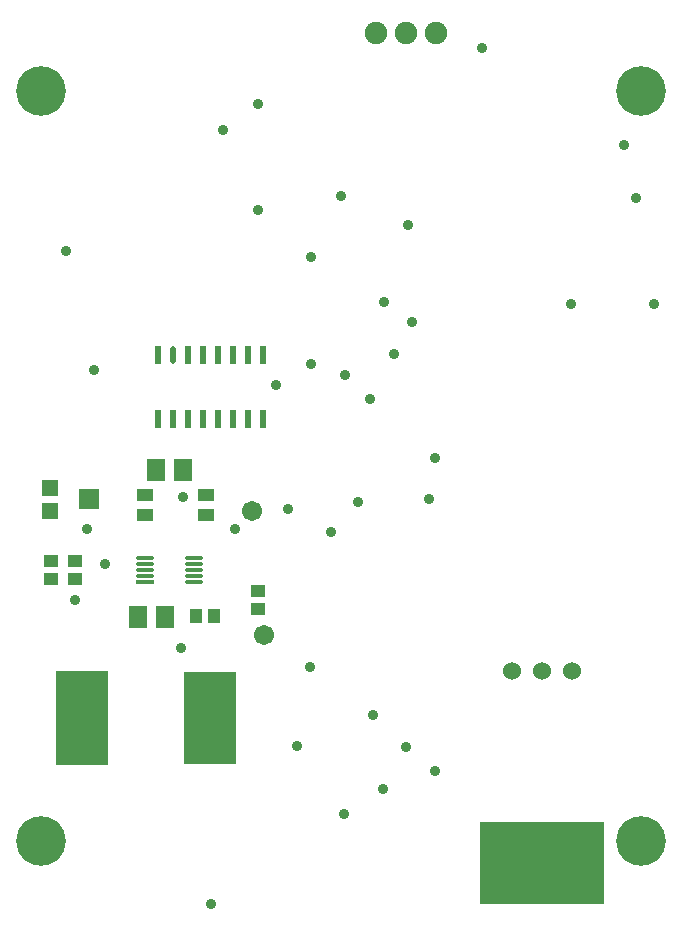
<source format=gbr>
%TF.GenerationSoftware,Altium Limited,Altium Designer,23.3.1 (30)*%
G04 Layer_Color=16711935*
%FSLAX45Y45*%
%MOMM*%
%TF.SameCoordinates,CA382BF2-D798-45FE-BEC5-AB2A3CF063FF*%
%TF.FilePolarity,Negative*%
%TF.FileFunction,Soldermask,Bot*%
%TF.Part,Single*%
G01*
G75*
%TA.AperFunction,ComponentPad*%
%ADD24C,1.52400*%
%TA.AperFunction,SMDPad,CuDef*%
%ADD30R,1.45000X1.00000*%
%ADD31R,4.50100X7.90000*%
%ADD32R,4.50000X8.05180*%
%ADD33R,10.49020X7.01040*%
%ADD34R,0.53340X1.49860*%
%ADD35O,0.53340X1.49860*%
G04:AMPARAMS|DCode=36|XSize=1.5565mm|YSize=0.35mm|CornerRadius=0.175mm|HoleSize=0mm|Usage=FLASHONLY|Rotation=0.000|XOffset=0mm|YOffset=0mm|HoleType=Round|Shape=RoundedRectangle|*
%AMROUNDEDRECTD36*
21,1,1.55650,0.00000,0,0,0.0*
21,1,1.20651,0.35000,0,0,0.0*
1,1,0.35000,0.60326,0.00000*
1,1,0.35000,-0.60326,0.00000*
1,1,0.35000,-0.60326,0.00000*
1,1,0.35000,0.60326,0.00000*
%
%ADD36ROUNDEDRECTD36*%
%ADD37R,1.55650X0.35000*%
%ADD52R,1.00320X1.20320*%
%ADD53R,1.20320X1.00320*%
%ADD54R,1.60320X1.90320*%
%TA.AperFunction,ComponentPad*%
%ADD57C,1.90320*%
%TA.AperFunction,ViaPad*%
%ADD58C,4.20320*%
%ADD59C,0.90320*%
%TA.AperFunction,SMDPad,CuDef*%
%ADD60C,1.70320*%
%ADD61R,1.40320X1.40320*%
%ADD62R,1.70320X1.80320*%
D24*
X11096000Y5100000D02*
D03*
X11350000D02*
D03*
X11604000D02*
D03*
D30*
X8507500Y6415000D02*
D03*
Y6585000D02*
D03*
X7992500Y6415000D02*
D03*
Y6585000D02*
D03*
D31*
X8544830Y4700000D02*
D03*
D32*
X7455170D02*
D03*
D33*
X11350000Y3469320D02*
D03*
D34*
X8994500Y7770510D02*
D03*
X8867500D02*
D03*
X8740500D02*
D03*
X8613500D02*
D03*
X8486500D02*
D03*
X8359500D02*
D03*
X8105500D02*
D03*
Y7229490D02*
D03*
X8232500D02*
D03*
X8359500D02*
D03*
X8486500D02*
D03*
X8613500D02*
D03*
X8740500D02*
D03*
X8867500D02*
D03*
X8994500D02*
D03*
D35*
X8232500Y7770510D02*
D03*
D36*
X8410086Y5850000D02*
D03*
Y5900000D02*
D03*
Y5950000D02*
D03*
Y6000000D02*
D03*
Y6050000D02*
D03*
X7989914D02*
D03*
Y6000000D02*
D03*
Y5950000D02*
D03*
Y5900000D02*
D03*
D37*
Y5850000D02*
D03*
D52*
X8574325Y5564874D02*
D03*
X8424325D02*
D03*
D53*
X7200000Y5875000D02*
D03*
Y6025000D02*
D03*
X8950000Y5625000D02*
D03*
Y5775000D02*
D03*
X7400000Y5875000D02*
D03*
Y6025000D02*
D03*
D54*
X7935700Y5550000D02*
D03*
X8164300D02*
D03*
X8085700Y6800000D02*
D03*
X8314300D02*
D03*
D57*
X10453354Y10495000D02*
D03*
X10199354D02*
D03*
X9945354D02*
D03*
D58*
X7112000Y3657600D02*
D03*
Y10007600D02*
D03*
X12192000Y3657600D02*
D03*
Y10007600D02*
D03*
D59*
X8298610Y5294986D02*
D03*
X12300000Y8200000D02*
D03*
X11600000D02*
D03*
X7323594Y8653463D02*
D03*
X7559727Y7641662D02*
D03*
X9400000Y7700000D02*
D03*
Y8600000D02*
D03*
X7400000Y5700000D02*
D03*
X9282000Y4457930D02*
D03*
X9390785Y5134300D02*
D03*
X8651849Y9673348D02*
D03*
X8950000Y9000000D02*
D03*
X8312151Y6570164D02*
D03*
X8750000Y6300000D02*
D03*
X9567607Y6270891D02*
D03*
X12050000Y9550000D02*
D03*
X10849354Y10370000D02*
D03*
X10217654Y8870000D02*
D03*
X7500000Y6300000D02*
D03*
X9682494Y7605852D02*
D03*
X10007231Y4100000D02*
D03*
X9680893Y3886305D02*
D03*
X8950000Y9900000D02*
D03*
X7650000Y6000000D02*
D03*
X9924716Y4724000D02*
D03*
X9793172Y6524424D02*
D03*
X10200000Y4450000D02*
D03*
X12150000Y9100000D02*
D03*
X10018027Y8222704D02*
D03*
X10250000Y8050000D02*
D03*
X10100000Y7777000D02*
D03*
X10450000Y6900000D02*
D03*
Y4250000D02*
D03*
X9900000Y7400000D02*
D03*
X10400000Y6550000D02*
D03*
X9203354Y6470000D02*
D03*
X9103354Y7520000D02*
D03*
X8553354Y3120000D02*
D03*
X9653354Y9120000D02*
D03*
D60*
X9000000Y5400000D02*
D03*
X8900000Y6450000D02*
D03*
D61*
X7190000D02*
D03*
Y6650000D02*
D03*
D62*
X7515000Y6550000D02*
D03*
%TF.MD5,a7f35c96cf460f2cf134ac09c859b498*%
M02*

</source>
